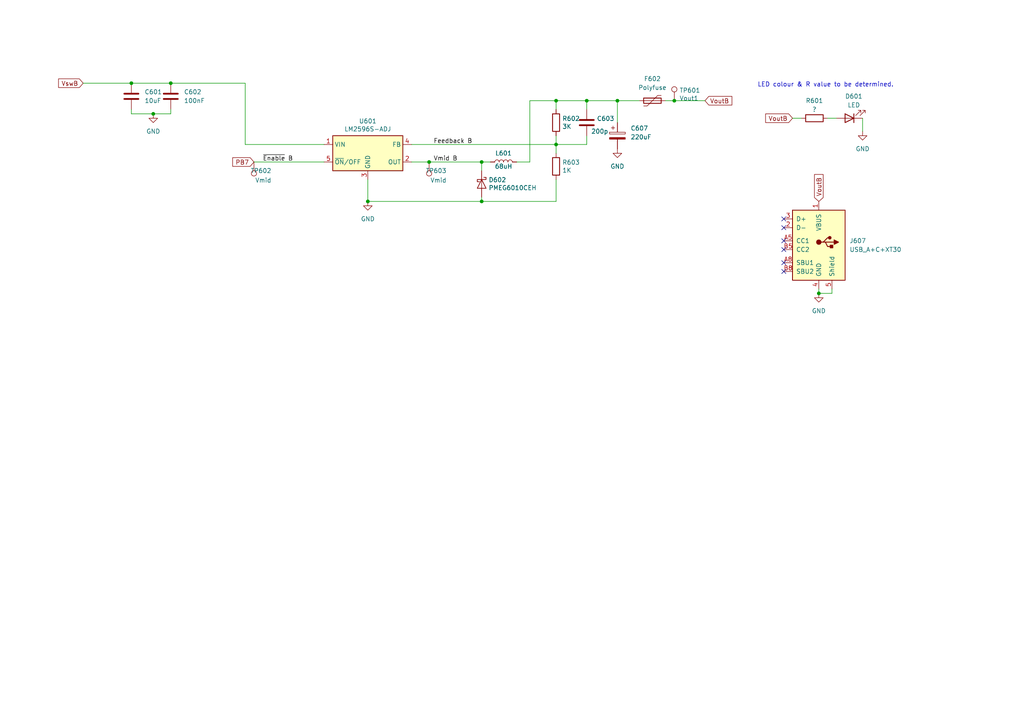
<source format=kicad_sch>
(kicad_sch (version 20211123) (generator eeschema)
  (paper "A4")
  (title_block (title "TPS540x Circuit A") (date "2024-04-01") (rev "1.0.0") (company "Scott A. Miller") (comment 1 "Don't forget to choose your output connector..."))
  (lib_symbols
    (symbol "Connector:TestPoint" (pin_numbers hide) (pin_names (offset 0.762) hide)
      (property "Reference" "TP" (at 0 6.858 0))
      (property "Value" "TestPoint" (at 0 5.08 0))
      (symbol "TestPoint_0_1"
        (circle (center 0 3.302) (radius 0.762))
      )
      (symbol "TestPoint_1_1"
        (pin passive line (at 0 0 90) (length 2.54) (name "1") (number "1"))
      )
    )
    (symbol "Device:C" (pin_numbers hide) (pin_names (offset 0.254))
      (property "Reference" "C" (at 0.635 2.54 0))
      (property "Value" "C" (at 0.635 -2.54 0))
      (symbol "C_0_1"
        (polyline (pts (xy -2.032 -0.762) (xy 2.032 -0.762)) (stroke (width 0.508)))
        (polyline (pts (xy -2.032 0.762) (xy 2.032 0.762)) (stroke (width 0.508)))
      )
      (symbol "C_1_1"
        (pin passive line (at 0 3.81 270) (length 2.794) (name "~") (number "1"))
        (pin passive line (at 0 -3.81 90) (length 2.794) (name "~") (number "2"))
      )
    )
    (symbol "Device:C_Polarized" (pin_numbers hide) (pin_names (offset 0.254))
      (property "Reference" "C" (at 0.635 2.54 0))
      (property "Value" "C_Polarized" (at 0.635 -2.54 0))
      (symbol "C_Polarized_0_1"
        (rectangle (start -2.286 0.508) (end 2.286 1.016))
        (polyline (pts (xy -1.778 2.286) (xy -0.762 2.286)))
        (polyline (pts (xy -1.27 2.794) (xy -1.27 1.778)))
        (rectangle (start 2.286 -0.508) (end -2.286 -1.016) (fill (type outline)))
      )
      (symbol "C_Polarized_1_1"
        (pin passive line (at 0 3.81 270) (length 2.794) (name "~") (number "1"))
        (pin passive line (at 0 -3.81 90) (length 2.794) (name "~") (number "2"))
      )
    )
    (symbol "Device:L" (pin_numbers hide) (pin_names (offset 1.016) hide)
      (property "Reference" "L" (at -1.27 0 90))
      (property "Value" "L" (at 1.905 0 90))
      (symbol "L_0_1"
        (arc (start 0 -2.54) (mid 0.635 -1.905) (end 0 -1.27))
        (arc (start 0 -1.27) (mid 0.635 -0.635) (end 0 0))
        (arc (start 0 0) (mid 0.635 0.635) (end 0 1.27))
        (arc (start 0 1.27) (mid 0.635 1.905) (end 0 2.54))
      )
      (symbol "L_1_1"
        (pin passive line (at 0 3.81 270) (length 1.27) (name "1") (number "1"))
        (pin passive line (at 0 -3.81 90) (length 1.27) (name "2") (number "2"))
      )
    )
    (symbol "Device:LED" (pin_numbers hide) (pin_names (offset 1.016) hide)
      (property "Reference" "D" (at 0 2.54 0))
      (property "Value" "LED" (at 0 -2.54 0))
      (symbol "LED_0_1"
        (polyline (pts (xy -1.27 -1.27) (xy -1.27 1.27)) (stroke (width 0.254)))
        (polyline (pts (xy -1.27 0) (xy 1.27 0)))
        (polyline (pts (xy 1.27 -1.27) (xy 1.27 1.27) (xy -1.27 0) (xy 1.27 -1.27)) (stroke (width 0.254)))
        (polyline (pts (xy -3.048 -0.762) (xy -4.572 -2.286) (xy -3.81 -2.286) (xy -4.572 -2.286) (xy -4.572 -1.524)))
        (polyline (pts (xy -1.778 -0.762) (xy -3.302 -2.286) (xy -2.54 -2.286) (xy -3.302 -2.286) (xy -3.302 -1.524)))
      )
      (symbol "LED_1_1"
        (pin passive line (at -3.81 0 0) (length 2.54) (name "K") (number "1"))
        (pin passive line (at 3.81 0 180) (length 2.54) (name "A") (number "2"))
      )
    )
    (symbol "Device:Polyfuse" (pin_numbers hide) (pin_names (offset 0))
      (property "Reference" "F" (at -2.54 0 90))
      (property "Value" "Polyfuse" (at 2.54 0 90))
      (symbol "Polyfuse_0_1"
        (rectangle (start -0.762 2.54) (end 0.762 -2.54) (stroke (width 0.254)))
        (polyline (pts (xy 0 2.54) (xy 0 -2.54)))
        (polyline (pts (xy -1.524 2.54) (xy -1.524 1.524) (xy 1.524 -1.524) (xy 1.524 -2.54)))
      )
      (symbol "Polyfuse_1_1"
        (pin passive line (at 0 3.81 270) (length 1.27) (name "~") (number "1"))
        (pin passive line (at 0 -3.81 90) (length 1.27) (name "~") (number "2"))
      )
    )
    (symbol "Device:R" (pin_numbers hide) (pin_names (offset 0))
      (property "Reference" "R" (at 2.032 0 90))
      (property "Value" "R" (at 0 0 90))
      (symbol "R_0_1"
        (rectangle (start -1.016 -2.54) (end 1.016 2.54) (stroke (width 0.254)))
      )
      (symbol "R_1_1"
        (pin passive line (at 0 3.81 270) (length 1.27) (name "~") (number "1"))
        (pin passive line (at 0 -3.81 90) (length 1.27) (name "~") (number "2"))
      )
    )
    (symbol "Diode:PMEG6010CEH" (pin_numbers hide) (pin_names hide)
      (property "Reference" "D" (at 0 2.54 0))
      (property "Value" "PMEG6010CEH" (at 0 -2.54 0))
      (symbol "PMEG6010CEH_0_1"
        (polyline (pts (xy 1.27 0) (xy -1.27 0)))
        (polyline (pts (xy 1.27 1.27) (xy 1.27 -1.27) (xy -1.27 0) (xy 1.27 1.27)) (stroke (width 0.2032)))
        (polyline (pts (xy -1.905 0.635) (xy -1.905 1.27) (xy -1.27 1.27) (xy -1.27 -1.27) (xy -0.635 -1.27) (xy -0.635 -0.635)) (stroke (width 0.2032)))
      )
      (symbol "PMEG6010CEH_1_1"
        (pin passive line (at -3.81 0 0) (length 2.54) (name "K") (number "1"))
        (pin passive line (at 3.81 0 180) (length 2.54) (name "A") (number "2"))
      )
    )
    (symbol "Regulator_Switching:LM2596S-ADJ"
      (property "Reference" "U" (at -10.16 6.35 0))
      (property "Value" "LM2596S-ADJ" (at 0 6.35 0))
      (symbol "LM2596S-ADJ_0_1"
        (rectangle (start -10.16 5.08) (end 10.16 -5.08) (stroke (width 0.254)) (fill (type background)))
      )
      (symbol "LM2596S-ADJ_1_1"
        (pin power_in line (at -12.7 2.54 0) (length 2.54) (name "VIN") (number "1"))
        (pin output line (at 12.7 -2.54 180) (length 2.54) (name "OUT") (number "2"))
        (pin power_in line (at 0 -7.62 90) (length 2.54) (name "GND") (number "3"))
        (pin input line (at 12.7 2.54 180) (length 2.54) (name "FB") (number "4"))
        (pin input line (at -12.7 -2.54 0) (length 2.54) (name "~{ON}/OFF") (number "5"))
      )
    )
    (symbol "power:GND" (power) (pin_names (offset 0))
      (property "Value" "GND" (at 0 -3.81 0))
      (symbol "GND_0_1"
        (polyline (pts (xy 0 0) (xy 0 -1.27) (xy 1.27 -1.27) (xy 0 -2.54) (xy -1.27 -1.27) (xy 0 -1.27)))
      )
      (symbol "GND_1_1"
        (pin power_in line (at 0 0 270) (length 0) hide (name "GND") (number "1"))
      )
    )
    (symbol "tinker:USB_A+C+XT30" (pin_names (offset 1.016))
      (property "Reference" "J" (at -7.62 15.24 0))
      (property "Value" "USB_A+C+XT30" (at -2.54 12.7 0))
      (symbol "USB_A+C+XT30_0_1"
        (rectangle (start -7.62 10.16) (end 7.62 -10.16) (stroke (width 0.254)) (fill (type background)))
        (polyline (pts (xy 0.635 0.889) (xy 1.27 0.889) (xy 2.54 2.159) (xy 3.175 2.159)) (stroke (width 0.254)))
        (polyline (pts (xy 1.27 0.889) (xy 1.905 0.889) (xy 2.54 -0.381) (xy 3.81 -0.381)) (stroke (width 0.254)))
        (polyline (pts (xy 4.445 1.524) (xy 4.445 0.254) (xy 5.715 0.889) (xy 4.445 1.524)) (stroke (width 0.254)) (fill (type outline)))
        (circle (center 0 0.889) (radius 0.635) (stroke (width 0.254)) (fill (type outline)))
        (circle (center 3.175 2.159) (radius 0.381) (stroke (width 0.254)) (fill (type outline)))
        (rectangle (start 4.064 0) (end 3.302 -0.762) (stroke (width 0.254)) (fill (type outline)))
      )
      (symbol "USB_A+C+XT30_1_1"
        (polyline (pts (xy 1.905 0.889) (xy 4.445 0.889)) (stroke (width 0.254)))
        (pin power_in line (at 0 12.7 270) (length 2.54) (name "VBUS") (number "1"))
        (pin bidirectional line (at -10.16 5.08 0) (length 2.54) (name "D-") (number "2"))
        (pin bidirectional line (at -10.16 7.62 0) (length 2.54) (name "D+") (number "3"))
        (pin power_in line (at 0 -12.7 90) (length 2.54) (name "GND") (number "4"))
        (pin passive line (at 3.81 -12.7 90) (length 2.54) (name "Shield") (number "5"))
        (pin bidirectional line (at -10.16 1.27 0) (length 2.54) (name "CC1") (number "A5"))
        (pin bidirectional line (at -10.16 -5.08 0) (length 2.54) (name "SBU1") (number "A8"))
        (pin bidirectional line (at -10.16 -1.27 0) (length 2.54) (name "CC2") (number "B5"))
        (pin bidirectional line (at -10.16 -7.62 0) (length 2.54) (name "SBU2") (number "B8"))
      )
    )
  )
  (junction (at 170.18 29.21))
  (junction (at 139.7 58.42))
  (junction (at 49.53 24.13))
  (junction (at 38.1 24.13))
  (junction (at 161.29 41.91))
  (junction (at 195.58 29.21))
  (junction (at 44.45 33.02))
  (junction (at 124.46 46.99))
  (junction (at 139.7 46.99))
  (junction (at 237.49 85.09))
  (junction (at 106.68 58.42))
  (junction (at 161.29 29.21))
  (junction (at 179.07 29.21))
  (no_connect (at 227.33 66.04))
  (no_connect (at 227.33 78.74))
  (no_connect (at 227.33 69.85))
  (no_connect (at 227.33 76.2))
  (no_connect (at 227.33 72.39))
  (no_connect (at 227.33 63.5))
  (wire (pts (xy 38.1 24.13) (xy 49.53 24.13)))
  (wire (pts (xy 153.67 46.99) (xy 149.86 46.99)))
  (wire (pts (xy 24.13 24.13) (xy 38.1 24.13)))
  (wire (pts (xy 241.3 83.82) (xy 241.3 85.09)))
  (wire (pts (xy 240.03 34.29) (xy 242.57 34.29)))
  (wire (pts (xy 179.07 29.21) (xy 179.07 35.56)))
  (wire (pts (xy 119.38 46.99) (xy 124.46 46.99)))
  (wire (pts (xy 139.7 46.99) (xy 142.24 46.99)))
  (wire (pts (xy 250.19 34.29) (xy 250.19 38.1)))
  (wire (pts (xy 73.66 46.99) (xy 93.98 46.99)))
  (wire (pts (xy 106.68 58.42) (xy 106.68 52.07)))
  (wire (pts (xy 49.53 33.02) (xy 49.53 31.75)))
  (wire (pts (xy 237.49 83.82) (xy 237.49 85.09)))
  (wire (pts (xy 139.7 49.53) (xy 139.7 46.99)))
  (wire (pts (xy 38.1 31.75) (xy 38.1 33.02)))
  (wire (pts (xy 106.68 58.42) (xy 139.7 58.42)))
  (wire (pts (xy 161.29 31.75) (xy 161.29 29.21)))
  (wire (pts (xy 170.18 41.91) (xy 161.29 41.91)))
  (wire (pts (xy 229.87 34.29) (xy 232.41 34.29)))
  (wire (pts (xy 170.18 39.37) (xy 170.18 41.91)))
  (wire (pts (xy 170.18 29.21) (xy 179.07 29.21)))
  (wire (pts (xy 44.45 33.02) (xy 49.53 33.02)))
  (wire (pts (xy 170.18 31.75) (xy 170.18 29.21)))
  (wire (pts (xy 119.38 41.91) (xy 161.29 41.91)))
  (wire (pts (xy 71.12 41.91) (xy 93.98 41.91)))
  (wire (pts (xy 161.29 41.91) (xy 161.29 44.45)))
  (wire (pts (xy 153.67 29.21) (xy 161.29 29.21)))
  (wire (pts (xy 161.29 58.42) (xy 139.7 58.42)))
  (wire (pts (xy 71.12 24.13) (xy 71.12 41.91)))
  (wire (pts (xy 241.3 85.09) (xy 237.49 85.09)))
  (wire (pts (xy 153.67 29.21) (xy 153.67 46.99)))
  (wire (pts (xy 193.04 29.21) (xy 195.58 29.21)))
  (wire (pts (xy 161.29 29.21) (xy 170.18 29.21)))
  (wire (pts (xy 38.1 33.02) (xy 44.45 33.02)))
  (wire (pts (xy 161.29 39.37) (xy 161.29 41.91)))
  (wire (pts (xy 49.53 24.13) (xy 71.12 24.13)))
  (wire (pts (xy 161.29 52.07) (xy 161.29 58.42)))
  (wire (pts (xy 139.7 57.15) (xy 139.7 58.42)))
  (wire (pts (xy 195.58 29.21) (xy 204.47 29.21)))
  (wire (pts (xy 179.07 29.21) (xy 185.42 29.21)))
  (wire (pts (xy 124.46 46.99) (xy 139.7 46.99)))
  (text "LED colour & R value to be determined." (at 219.71 25.4 0) (effects (font (size 1.27 1.27)) (justify left bottom)))
  (label "~{Enable} B" (at 76.2 46.99 0))
  (label "Vmid B" (at 125.73 46.99 0))
  (label "Feedback B" (at 125.73 41.91 0))
  (global_label "VoutB" (shape input) (at 237.49 58.42 90) (property "Intersheet References" "${INTERSHEET_REFS}" (effects hide)))
  (global_label "VoutB" (shape input) (at 204.47 29.21 0) (property "Intersheet References" "${INTERSHEET_REFS}" (effects hide)))
  (global_label "VswB" (shape input) (at 24.13 24.13 180) (property "Intersheet References" "${INTERSHEET_REFS}" (effects hide)))
  (global_label "VoutB" (shape input) (at 229.87 34.29 180) (property "Intersheet References" "${INTERSHEET_REFS}" (effects hide)))
  (global_label "PB7" (shape input) (at 73.66 46.99 180) (property "Intersheet References" "${INTERSHEET_REFS}" (effects hide)))
  (symbol (lib_id "Connector:TestPoint") (at 73.66 46.99 180) (unit 1)
    (property "Reference" "TP602" (at 78.74 49.53 0) (effects (justify left)))
    (property "Value" "Vmid" (at 78.74 52.2986 0) (effects (justify left)))
    (property "Footprint" "tinker:TestPoint_THTPad_D1.0mm_Drill0.5mm" (effects hide))
  )
  (symbol (lib_id "power:GND") (at 44.45 33.02 0) (unit 1)
    (property "Reference" "#PWR0108" (effects hide))
    (property "Value" "GND" (at 44.45 38.1 0))
  )
  (symbol (lib_id "power:GND") (at 106.68 58.42 0) (unit 1)
    (property "Reference" "#PWR0601" (effects hide))
    (property "Value" "GND" (at 106.68 63.5 0))
  )
  (symbol (lib_id "Device:C") (at 170.18 35.56 0) (unit 1)
    (property "Reference" "C603" (at 173.101 34.3916 0) (effects (justify left)))
    (property "Value" "200p" (at 171.45 38.1 0) (effects (justify left)))
    (property "Footprint" "Capacitor_SMD:C_0603_1608Metric" (effects hide))
  )
  (symbol (lib_id "power:GND") (at 237.49 85.09 0) (unit 1)
    (property "Reference" "#PWR0107" (effects hide))
    (property "Value" "GND" (at 237.49 90.17 0))
  )
  (symbol (lib_id "Regulator_Switching:LM2596S-ADJ") (at 106.68 44.45 0) (unit 1)
    (property "Reference" "U601" (at 106.68 35.1282 0))
    (property "Value" "LM2596S-ADJ" (at 106.68 37.4396 0))
    (property "Footprint" "Package_TO_SOT_SMD:TO-263-5_TabPin3" (effects hide))
    (property "Datasheet" "http://www.ti.com/lit/ds/symlink/lm2596.pdf" (effects hide))
  )
  (symbol (lib_id "power:GND") (at 179.07 43.18 0) (unit 1)
    (property "Reference" "#PWR0109" (effects hide))
    (property "Value" "GND" (at 179.07 48.26 0))
  )
  (symbol (lib_id "Device:LED") (at 246.38 34.29 180) (unit 1)
    (property "Reference" "D601" (at 247.65 27.94 0))
    (property "Value" "LED" (at 247.65 30.48 0))
    (property "Footprint" "LED_SMD:LED_0603_1608Metric" (effects hide))
  )
  (symbol (lib_id "tinker:USB_A+C+XT30") (at 237.49 71.12 0) (unit 1)
    (property "Reference" "J607" (at 246.38 69.8499 0) (effects (justify left)))
    (property "Value" "USB_A+C+XT30" (at 246.38 72.3899 0) (effects (justify left)))
    (property "Footprint" "tinker:USB_A+C+XT30" (effects hide))
    (property "Datasheet" " ~" (effects hide))
    (property "LCSC" "A-(C6389922) C-(C2765186) XT30-(C2913282)" (effects hide))
  )
  (symbol (lib_id "Device:R") (at 236.22 34.29 90) (unit 1)
    (property "Reference" "R601" (at 236.22 29.21 90))
    (property "Value" "?" (at 236.22 31.75 90))
    (property "Footprint" "Resistor_SMD:R_0603_1608Metric" (effects hide))
  )
  (symbol (lib_id "Diode:PMEG6010CEH") (at 139.7 53.34 270) (unit 1)
    (property "Reference" "D602" (at 141.7066 52.1716 90) (effects (justify left)))
    (property "Value" "PMEG6010CEH" (at 141.7066 54.483 90) (effects (justify left)))
    (property "Footprint" "Diode_SMD:D_SOD-123" (effects hide))
    (property "Datasheet" "https://assets.nexperia.com/documents/data-sheet/PMEG6010CEH_PMEG6010CEJ.pdf" (effects hide))
  )
  (symbol (lib_id "Device:R") (at 161.29 35.56 0) (unit 1)
    (property "Reference" "R602" (at 163.068 34.3916 0) (effects (justify left)))
    (property "Value" "3K" (at 163.068 36.703 0) (effects (justify left)))
    (property "Footprint" "Resistor_SMD:R_0603_1608Metric" (effects hide))
  )
  (symbol (lib_id "Connector:TestPoint") (at 195.58 29.21 0) (unit 1) (in_bom no)
    (property "Reference" "TP601" (at 197.0532 26.2128 0) (effects (justify left)))
    (property "Value" "Vout1" (at 197.0532 28.5242 0) (effects (justify left)))
    (property "Footprint" "tinker:TestPoint_THTPad_D1.0mm_Drill0.5mm" (effects hide))
  )
  (symbol (lib_id "Device:C") (at 38.1 27.94 0) (unit 1)
    (property "Reference" "C601" (at 41.91 26.6699 0) (effects (justify left)))
    (property "Value" "10uF" (at 41.91 29.2099 0) (effects (justify left)))
    (property "Footprint" "Capacitor_SMD:C_1206_3216Metric" (effects hide))
    (property "LCSC" "C13585" (effects hide))
  )
  (symbol (lib_id "power:GND") (at 250.19 38.1 0) (unit 1)
    (property "Reference" "#PWR0110" (effects hide))
    (property "Value" "GND" (at 250.19 43.18 0))
  )
  (symbol (lib_id "Device:R") (at 161.29 48.26 0) (unit 1)
    (property "Reference" "R603" (at 163.068 47.0916 0) (effects (justify left)))
    (property "Value" "1K" (at 163.068 49.403 0) (effects (justify left)))
    (property "Footprint" "Resistor_SMD:R_0603_1608Metric" (effects hide))
  )
  (symbol (lib_id "Device:C_Polarized") (at 179.07 39.37 0) (unit 1)
    (property "Reference" "C607" (at 182.88 37.2109 0) (effects (justify left)))
    (property "Value" "220uF" (at 182.88 39.7509 0) (effects (justify left)))
    (property "Footprint" "Capacitor_SMD:CP_Elec_8x10" (effects hide))
    (property "LCSC" "C178599" (effects hide))
  )
  (symbol (lib_id "Device:C") (at 49.53 27.94 0) (unit 1)
    (property "Reference" "C602" (at 53.34 26.6699 0) (effects (justify left)))
    (property "Value" "100nF" (at 53.34 29.2099 0) (effects (justify left)))
    (property "Footprint" "Capacitor_SMD:C_0603_1608Metric" (effects hide))
    (property "LCSC" "C14663" (effects hide))
  )
  (symbol (lib_id "Device:Polyfuse") (at 189.23 29.21 90) (unit 1)
    (property "Reference" "F602" (at 189.23 22.86 90))
    (property "Value" "Polyfuse" (at 189.23 25.4 90))
    (property "Footprint" "tinker:F1206" (effects hide))
    (property "Datasheet" "https://www.lcsc.com/datasheet/lcsc_datasheet_2305121424_BHFUSE-BSMD1206L-260_C960020.pdf" (effects hide))
    (property "LCSC" "C883134" (effects hide))
    (property "Field5" "BHFuse BSMD1206 family" (effects hide))
    (property "Field6" "https://www.lcsc.com/products/Resettable-Fuses_11042.html?keyword=BSMD1206" (effects hide))
  )
  (symbol (lib_id "Connector:TestPoint") (at 124.46 46.99 180) (unit 1)
    (property "Reference" "TP603" (at 129.54 49.53 0) (effects (justify left)))
    (property "Value" "Vmid" (at 129.54 52.2986 0) (effects (justify left)))
    (property "Footprint" "tinker:TestPoint_THTPad_D1.0mm_Drill0.5mm" (effects hide))
  )
  (symbol (lib_id "Device:L") (at 146.05 46.99 90) (unit 1)
    (property "Reference" "L601" (at 146.05 44.45 90))
    (property "Value" "68uH" (at 146.05 48.26 90))
    (property "Footprint" "tinker:IND-SMD_L7.1-W6.6" (effects hide))
    (property "LCSC" "C2983094" (effects hide))
  )
)
</source>
